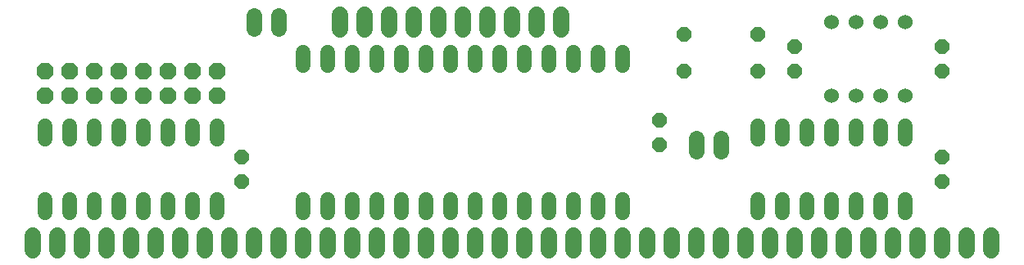
<source format=gbs>
G75*
%MOIN*%
%OFA0B0*%
%FSLAX24Y24*%
%IPPOS*%
%LPD*%
%AMOC8*
5,1,8,0,0,1.08239X$1,22.5*
%
%ADD10C,0.0600*%
%ADD11OC8,0.0680*%
%ADD12C,0.0680*%
%ADD13OC8,0.0600*%
%ADD14C,0.0600*%
%ADD15C,0.0640*%
D10*
X001100Y002340D02*
X001100Y002860D01*
X002100Y002860D02*
X002100Y002340D01*
X003100Y002340D02*
X003100Y002860D01*
X004100Y002860D02*
X004100Y002340D01*
X005100Y002340D02*
X005100Y002860D01*
X006100Y002860D02*
X006100Y002340D01*
X007100Y002340D02*
X007100Y002860D01*
X008100Y002860D02*
X008100Y002340D01*
X011600Y002340D02*
X011600Y002860D01*
X012600Y002860D02*
X012600Y002340D01*
X013600Y002340D02*
X013600Y002860D01*
X014600Y002860D02*
X014600Y002340D01*
X015600Y002340D02*
X015600Y002860D01*
X016600Y002860D02*
X016600Y002340D01*
X017600Y002340D02*
X017600Y002860D01*
X018600Y002860D02*
X018600Y002340D01*
X019600Y002340D02*
X019600Y002860D01*
X020600Y002860D02*
X020600Y002340D01*
X021600Y002340D02*
X021600Y002860D01*
X022600Y002860D02*
X022600Y002340D01*
X023600Y002340D02*
X023600Y002860D01*
X024600Y002860D02*
X024600Y002340D01*
X030100Y002340D02*
X030100Y002860D01*
X031100Y002860D02*
X031100Y002340D01*
X032100Y002340D02*
X032100Y002860D01*
X033100Y002860D02*
X033100Y002340D01*
X034100Y002340D02*
X034100Y002860D01*
X035100Y002860D02*
X035100Y002340D01*
X036100Y002340D02*
X036100Y002860D01*
X036100Y005340D02*
X036100Y005860D01*
X035100Y005860D02*
X035100Y005340D01*
X034100Y005340D02*
X034100Y005860D01*
X033100Y005860D02*
X033100Y005340D01*
X032100Y005340D02*
X032100Y005860D01*
X031100Y005860D02*
X031100Y005340D01*
X030100Y005340D02*
X030100Y005860D01*
X024600Y008340D02*
X024600Y008860D01*
X023600Y008860D02*
X023600Y008340D01*
X022600Y008340D02*
X022600Y008860D01*
X021600Y008860D02*
X021600Y008340D01*
X020600Y008340D02*
X020600Y008860D01*
X019600Y008860D02*
X019600Y008340D01*
X018600Y008340D02*
X018600Y008860D01*
X017600Y008860D02*
X017600Y008340D01*
X016600Y008340D02*
X016600Y008860D01*
X015600Y008860D02*
X015600Y008340D01*
X014600Y008340D02*
X014600Y008860D01*
X013600Y008860D02*
X013600Y008340D01*
X012600Y008340D02*
X012600Y008860D01*
X011600Y008860D02*
X011600Y008340D01*
X008100Y005860D02*
X008100Y005340D01*
X007100Y005340D02*
X007100Y005860D01*
X006100Y005860D02*
X006100Y005340D01*
X005100Y005340D02*
X005100Y005860D01*
X004100Y005860D02*
X004100Y005340D01*
X003100Y005340D02*
X003100Y005860D01*
X002100Y005860D02*
X002100Y005340D01*
X001100Y005340D02*
X001100Y005860D01*
D11*
X001100Y007100D03*
X002100Y007100D03*
X003100Y007100D03*
X004100Y007100D03*
X005100Y007100D03*
X006100Y007100D03*
X007100Y007100D03*
X008100Y007100D03*
X008100Y008100D03*
X007100Y008100D03*
X006100Y008100D03*
X005100Y008100D03*
X004100Y008100D03*
X003100Y008100D03*
X002100Y008100D03*
X001100Y008100D03*
D12*
X000600Y001400D02*
X000600Y000800D01*
X001600Y000800D02*
X001600Y001400D01*
X002600Y001400D02*
X002600Y000800D01*
X003600Y000800D02*
X003600Y001400D01*
X004600Y001400D02*
X004600Y000800D01*
X005600Y000800D02*
X005600Y001400D01*
X006600Y001400D02*
X006600Y000800D01*
X007600Y000800D02*
X007600Y001400D01*
X008600Y001400D02*
X008600Y000800D01*
X009600Y000800D02*
X009600Y001400D01*
X010600Y001400D02*
X010600Y000800D01*
X011600Y000800D02*
X011600Y001400D01*
X012600Y001400D02*
X012600Y000800D01*
X013600Y000800D02*
X013600Y001400D01*
X014600Y001400D02*
X014600Y000800D01*
X015600Y000800D02*
X015600Y001400D01*
X016600Y001400D02*
X016600Y000800D01*
X017600Y000800D02*
X017600Y001400D01*
X018600Y001400D02*
X018600Y000800D01*
X019600Y000800D02*
X019600Y001400D01*
X020600Y001400D02*
X020600Y000800D01*
X021600Y000800D02*
X021600Y001400D01*
X022600Y001400D02*
X022600Y000800D01*
X023600Y000800D02*
X023600Y001400D01*
X024600Y001400D02*
X024600Y000800D01*
X025600Y000800D02*
X025600Y001400D01*
X026600Y001400D02*
X026600Y000800D01*
X027600Y000800D02*
X027600Y001400D01*
X028600Y001400D02*
X028600Y000800D01*
X029600Y000800D02*
X029600Y001400D01*
X030600Y001400D02*
X030600Y000800D01*
X031600Y000800D02*
X031600Y001400D01*
X032600Y001400D02*
X032600Y000800D01*
X033600Y000800D02*
X033600Y001400D01*
X034600Y001400D02*
X034600Y000800D01*
X035600Y000800D02*
X035600Y001400D01*
X036600Y001400D02*
X036600Y000800D01*
X037600Y000800D02*
X037600Y001400D01*
X038600Y001400D02*
X038600Y000800D01*
X039600Y000800D02*
X039600Y001400D01*
X022100Y009800D02*
X022100Y010400D01*
X021100Y010400D02*
X021100Y009800D01*
X020100Y009800D02*
X020100Y010400D01*
X019100Y010400D02*
X019100Y009800D01*
X018100Y009800D02*
X018100Y010400D01*
X017100Y010400D02*
X017100Y009800D01*
X016100Y009800D02*
X016100Y010400D01*
X015100Y010400D02*
X015100Y009800D01*
X014100Y009800D02*
X014100Y010400D01*
X013100Y010400D02*
X013100Y009800D01*
D13*
X026100Y006100D03*
X026100Y005100D03*
X027100Y008100D03*
X030100Y008100D03*
X031600Y008100D03*
X031600Y009100D03*
X030100Y009600D03*
X027100Y009600D03*
X037600Y009100D03*
X037600Y008100D03*
X037600Y004600D03*
X037600Y003600D03*
X009100Y003600D03*
X009100Y004600D03*
D14*
X033100Y007100D03*
X034100Y007100D03*
X035100Y007100D03*
X036100Y007100D03*
X036100Y010100D03*
X035100Y010100D03*
X034100Y010100D03*
X033100Y010100D03*
D15*
X028600Y005380D02*
X028600Y004820D01*
X027600Y004820D02*
X027600Y005380D01*
X010600Y009820D02*
X010600Y010380D01*
X009600Y010380D02*
X009600Y009820D01*
M02*

</source>
